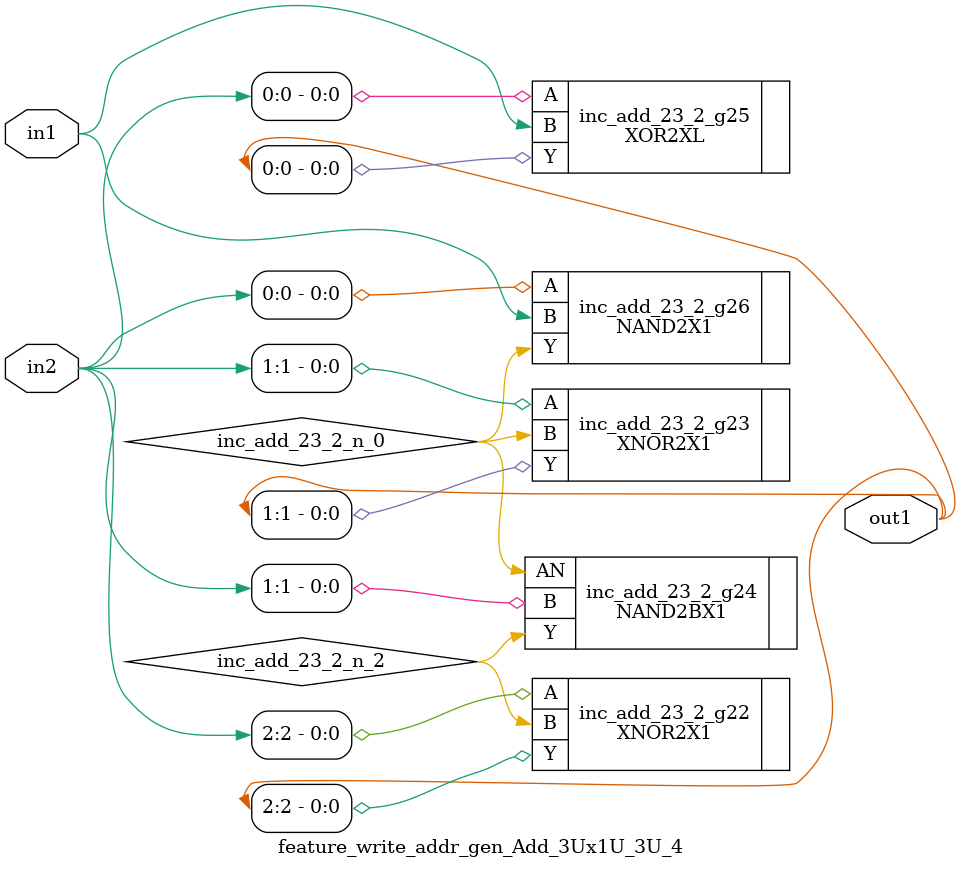
<source format=v>
`timescale 1ps / 1ps


module feature_write_addr_gen_Add_3Ux1U_3U_4(in2, in1, out1);
  input [2:0] in2;
  input in1;
  output [2:0] out1;
  wire [2:0] in2;
  wire in1;
  wire [2:0] out1;
  wire inc_add_23_2_n_0, inc_add_23_2_n_2;
  XNOR2X1 inc_add_23_2_g22(.A (in2[2]), .B (inc_add_23_2_n_2), .Y
       (out1[2]));
  XNOR2X1 inc_add_23_2_g23(.A (in2[1]), .B (inc_add_23_2_n_0), .Y
       (out1[1]));
  NAND2BX1 inc_add_23_2_g24(.AN (inc_add_23_2_n_0), .B (in2[1]), .Y
       (inc_add_23_2_n_2));
  XOR2XL inc_add_23_2_g25(.A (in2[0]), .B (in1), .Y (out1[0]));
  NAND2X1 inc_add_23_2_g26(.A (in2[0]), .B (in1), .Y
       (inc_add_23_2_n_0));
endmodule


</source>
